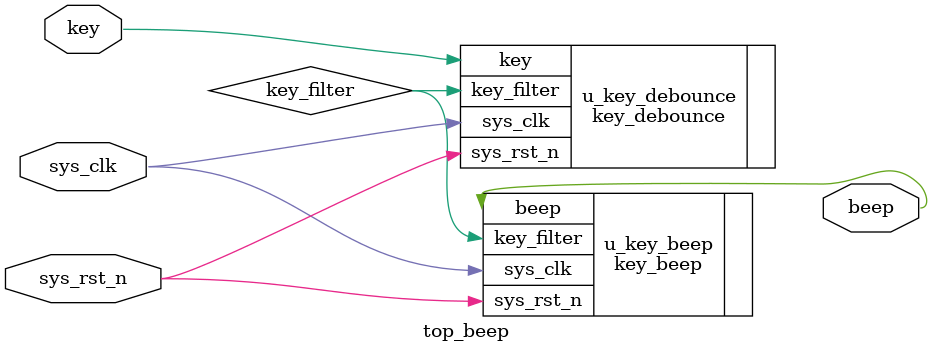
<source format=v>
module top_beep (
    input wire sys_clk,
    input wire sys_rst_n,
    input wire key,
    output wire beep
);

parameter CNT_MAX = 20'd1000000;//计时20ms

wire key_filter;

//例化按键消抖模块
key_debounce  #(
    .CNT_MAX(CNT_MAX)
)
u_key_debounce (
    .sys_clk(sys_clk),
    .sys_rst_n(sys_rst_n),
    .key(key),
    .key_filter(key_filter)
);
//例化蜂鸣器模块
key_beep u_key_beep
(
    .sys_clk(sys_clk),
    .sys_rst_n(sys_rst_n),
    .key_filter(key_filter),
    .beep(beep)
);

endmodule
</source>
